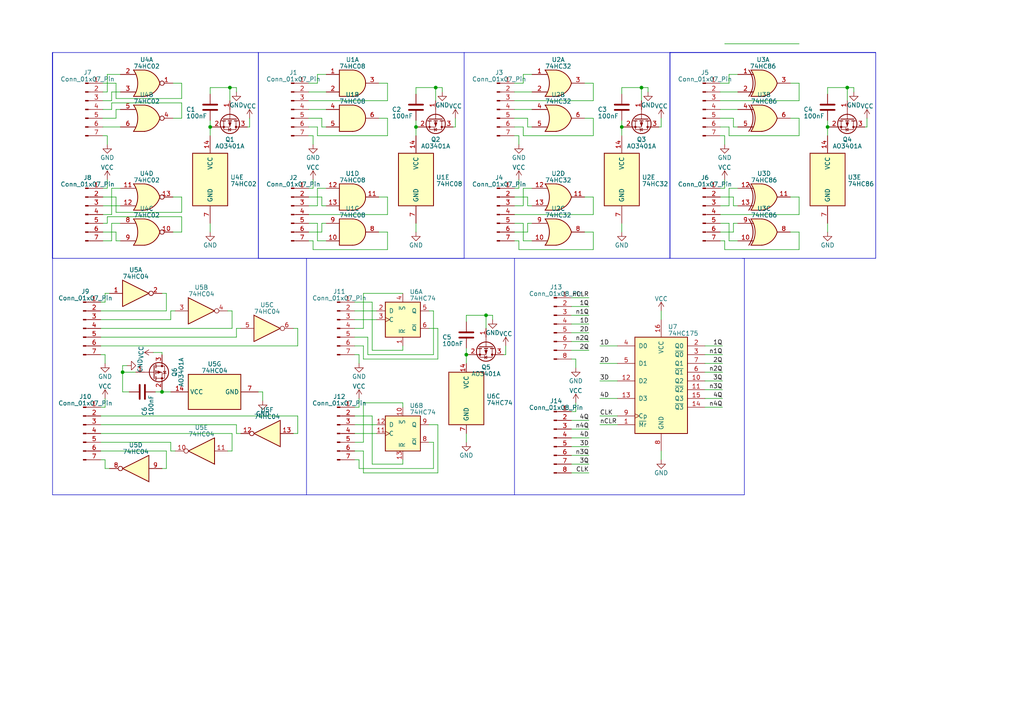
<source format=kicad_sch>
(kicad_sch (version 20230121) (generator eeschema)
  (paper "A4")
  (junction (at 180.34 36.83))
  (junction (at 66.675 25.4))
  (junction (at 186.055 25.4))
  (junction (at 140.97 91.44))
  (junction (at 135.255 102.87))
  (junction (at 126.365 25.4))
  (junction (at 60.96 36.83))
  (junction (at 35.56 107.95))
  (junction (at 120.65 36.83))
  (junction (at 46.99 113.665))
  (junction (at 240.03 36.83))
  (junction (at 245.745 25.4))
  (wire (pts (xy 127 104.14) (xy 105.41 104.14)))
  (wire (pts (xy 105.41 137.16) (xy 127 137.16)))
  (wire (pts (xy 93.345 64.77) (xy 93.345 67.31)))
  (wire (pts (xy 229.235 34.29) (xy 231.775 34.29)))
  (wire (pts (xy 150.495 72.39) (xy 172.085 72.39)))
  (wire (pts (xy 112.395 24.13) (xy 112.395 29.21)))
  (wire (pts (xy 128.27 26.67) (xy 128.27 25.4)))
  (wire (pts (xy 153.035 64.77) (xy 153.035 67.31)))
  (polyline (pts (xy 88.9 143.51) (xy 88.9 74.93)))
  (wire (pts (xy 172.085 39.37) (xy 172.085 34.29)))
  (wire (pts (xy 71.755 36.83) (xy 72.39 36.83)))
  (wire (pts (xy 208.915 57.15) (xy 212.725 57.15)))
  (polyline (pts (xy 254 15.24) (xy 254 74.93)))
  (wire (pts (xy 50.8 130.81) (xy 49.53 130.81)))
  (wire (pts (xy 127 123.19) (xy 124.46 123.19)))
  (wire (pts (xy 204.47 100.33) (xy 209.55 100.33)))
  (wire (pts (xy 92.075 24.13) (xy 92.075 21.59)))
  (wire (pts (xy 29.21 95.25) (xy 67.31 95.25)))
  (wire (pts (xy 240.03 25.4) (xy 245.745 25.4)))
  (wire (pts (xy 89.535 26.67) (xy 94.615 26.67)))
  (wire (pts (xy 172.085 62.23) (xy 172.085 57.15)))
  (polyline (pts (xy 74.93 74.93) (xy 134.62 74.93)))
  (wire (pts (xy 90.805 41.91) (xy 90.805 39.37)))
  (wire (pts (xy 32.385 31.75) (xy 29.845 31.75)))
  (wire (pts (xy 89.535 36.83) (xy 92.075 36.83)))
  (wire (pts (xy 33.655 69.85) (xy 33.655 67.31)))
  (wire (pts (xy 52.705 34.29) (xy 52.705 29.845)))
  (wire (pts (xy 151.765 64.77) (xy 151.765 69.85)))
  (wire (pts (xy 68.58 95.25) (xy 68.58 97.79)))
  (wire (pts (xy 32.385 29.845) (xy 32.385 31.75)))
  (wire (pts (xy 173.99 115.57) (xy 179.07 115.57)))
  (wire (pts (xy 211.455 54.61) (xy 213.995 54.61)))
  (wire (pts (xy 165.735 91.44) (xy 170.815 91.44)))
  (wire (pts (xy 211.455 59.69) (xy 211.455 54.61)))
  (wire (pts (xy 127 95.25) (xy 127 104.14)))
  (wire (pts (xy 173.99 110.49) (xy 179.07 110.49)))
  (wire (pts (xy 68.58 25.4) (xy 66.675 25.4)))
  (wire (pts (xy 191.77 130.81) (xy 191.77 133.35)))
  (wire (pts (xy 31.75 85.09) (xy 30.48 85.09)))
  (wire (pts (xy 104.14 102.87) (xy 102.87 102.87)))
  (wire (pts (xy 169.545 67.31) (xy 172.085 67.31)))
  (wire (pts (xy 86.36 120.65) (xy 86.36 125.73)))
  (wire (pts (xy 49.53 92.71) (xy 49.53 90.17)))
  (wire (pts (xy 102.87 90.17) (xy 109.22 90.17)))
  (wire (pts (xy 149.225 59.69) (xy 151.765 59.69)))
  (wire (pts (xy 167.005 104.14) (xy 167.005 106.68)))
  (wire (pts (xy 212.725 57.15) (xy 212.725 59.69)))
  (wire (pts (xy 208.915 67.31) (xy 212.725 67.31)))
  (wire (pts (xy 165.735 119.38) (xy 167.005 119.38)))
  (wire (pts (xy 154.305 64.77) (xy 153.035 64.77)))
  (wire (pts (xy 29.21 118.11) (xy 30.48 118.11)))
  (wire (pts (xy 165.735 86.36) (xy 170.815 86.36)))
  (wire (pts (xy 135.255 125.73) (xy 135.255 128.27)))
  (wire (pts (xy 107.95 87.63) (xy 102.87 87.63)))
  (wire (pts (xy 124.46 95.25) (xy 127 95.25)))
  (wire (pts (xy 93.345 36.83) (xy 93.345 34.29)))
  (wire (pts (xy 68.58 123.19) (xy 29.21 123.19)))
  (wire (pts (xy 165.735 96.52) (xy 170.815 96.52)))
  (wire (pts (xy 180.34 25.4) (xy 186.055 25.4)))
  (wire (pts (xy 204.47 102.87) (xy 209.55 102.87)))
  (polyline (pts (xy 134.62 15.24) (xy 194.31 15.24)))
  (wire (pts (xy 30.48 85.09) (xy 30.48 87.63)))
  (wire (pts (xy 135.255 91.44) (xy 140.97 91.44)))
  (wire (pts (xy 106.68 102.87) (xy 106.68 97.79)))
  (wire (pts (xy 149.225 36.83) (xy 151.765 36.83)))
  (wire (pts (xy 52.705 62.865) (xy 31.115 62.865)))
  (wire (pts (xy 120.65 25.4) (xy 126.365 25.4)))
  (wire (pts (xy 34.925 54.61) (xy 32.385 54.61)))
  (wire (pts (xy 169.545 34.29) (xy 172.085 34.29)))
  (wire (pts (xy 149.225 34.29) (xy 153.035 34.29)))
  (wire (pts (xy 169.545 24.13) (xy 172.085 24.13)))
  (wire (pts (xy 45.085 113.665) (xy 46.99 113.665)))
  (wire (pts (xy 29.845 54.61) (xy 31.115 54.61)))
  (wire (pts (xy 49.53 90.17) (xy 50.8 90.17)))
  (wire (pts (xy 34.925 21.59) (xy 31.115 21.59)))
  (wire (pts (xy 30.48 105.41) (xy 30.48 102.87)))
  (wire (pts (xy 102.87 125.73) (xy 109.22 125.73)))
  (wire (pts (xy 102.87 130.81) (xy 105.41 130.81)))
  (wire (pts (xy 50.165 57.15) (xy 52.705 57.15)))
  (wire (pts (xy 52.705 24.13) (xy 52.705 28.575)))
  (polyline (pts (xy 15.24 143.51) (xy 88.9 143.51)))
  (wire (pts (xy 92.075 39.37) (xy 112.395 39.37)))
  (wire (pts (xy 135.89 102.87) (xy 135.255 102.87)))
  (polyline (pts (xy 194.31 15.24) (xy 194.31 74.93)))
  (wire (pts (xy 112.395 39.37) (xy 112.395 34.29)))
  (wire (pts (xy 231.775 72.39) (xy 231.775 67.31)))
  (wire (pts (xy 69.85 95.25) (xy 68.58 95.25)))
  (wire (pts (xy 112.395 72.39) (xy 112.395 67.31)))
  (wire (pts (xy 31.115 54.61) (xy 31.115 52.07)))
  (wire (pts (xy 68.58 97.79) (xy 29.21 97.79)))
  (wire (pts (xy 29.21 90.17) (xy 48.26 90.17)))
  (polyline (pts (xy 194.31 74.93) (xy 254 74.93)))
  (wire (pts (xy 109.855 57.15) (xy 112.395 57.15)))
  (wire (pts (xy 210.185 39.37) (xy 208.915 39.37)))
  (wire (pts (xy 135.255 102.87) (xy 135.255 105.41)))
  (wire (pts (xy 105.41 116.84) (xy 116.84 116.84)))
  (wire (pts (xy 151.765 21.59) (xy 154.305 21.59)))
  (wire (pts (xy 90.805 69.85) (xy 90.805 72.39)))
  (wire (pts (xy 49.53 130.81) (xy 49.53 128.27)))
  (wire (pts (xy 90.805 72.39) (xy 112.395 72.39)))
  (wire (pts (xy 104.14 105.41) (xy 104.14 102.87)))
  (polyline (pts (xy 74.93 15.24) (xy 74.93 74.93)))
  (wire (pts (xy 210.185 69.85) (xy 210.185 72.39)))
  (wire (pts (xy 149.225 69.85) (xy 150.495 69.85)))
  (wire (pts (xy 213.995 64.77) (xy 212.725 64.77)))
  (wire (pts (xy 30.48 87.63) (xy 29.21 87.63)))
  (wire (pts (xy 211.455 36.83) (xy 211.455 39.37)))
  (wire (pts (xy 231.775 62.23) (xy 231.775 57.15)))
  (wire (pts (xy 31.115 62.865) (xy 31.115 64.77)))
  (wire (pts (xy 29.845 59.69) (xy 34.925 59.69)))
  (wire (pts (xy 204.47 118.11) (xy 209.55 118.11)))
  (wire (pts (xy 124.46 128.27) (xy 125.73 128.27)))
  (wire (pts (xy 92.075 69.85) (xy 94.615 69.85)))
  (wire (pts (xy 86.36 125.73) (xy 85.09 125.73)))
  (wire (pts (xy 208.915 59.69) (xy 211.455 59.69)))
  (wire (pts (xy 208.915 31.75) (xy 213.995 31.75)))
  (wire (pts (xy 247.65 25.4) (xy 245.745 25.4)))
  (wire (pts (xy 112.395 29.21) (xy 89.535 29.21)))
  (wire (pts (xy 66.04 130.81) (xy 67.31 130.81)))
  (wire (pts (xy 29.845 29.21) (xy 32.385 29.21)))
  (wire (pts (xy 131.445 36.83) (xy 132.08 36.83)))
  (wire (pts (xy 33.655 61.595) (xy 33.655 57.15)))
  (wire (pts (xy 30.48 118.11) (xy 30.48 115.57)))
  (wire (pts (xy 29.21 92.71) (xy 49.53 92.71)))
  (wire (pts (xy 90.805 39.37) (xy 89.535 39.37)))
  (wire (pts (xy 153.035 36.83) (xy 153.035 34.29)))
  (wire (pts (xy 105.41 104.14) (xy 105.41 100.33)))
  (wire (pts (xy 36.83 106.045) (xy 35.56 106.045)))
  (wire (pts (xy 165.735 127) (xy 170.815 127)))
  (wire (pts (xy 89.535 59.69) (xy 92.075 59.69)))
  (wire (pts (xy 121.285 36.83) (xy 120.65 36.83)))
  (wire (pts (xy 127 137.16) (xy 127 123.19)))
  (wire (pts (xy 165.735 124.46) (xy 170.815 124.46)))
  (wire (pts (xy 165.735 134.62) (xy 170.815 134.62)))
  (wire (pts (xy 29.845 24.13) (xy 33.655 24.13)))
  (wire (pts (xy 211.455 24.13) (xy 211.455 21.59)))
  (wire (pts (xy 52.705 28.575) (xy 33.655 28.575)))
  (wire (pts (xy 229.235 67.31) (xy 231.775 67.31)))
  (wire (pts (xy 211.455 21.59) (xy 213.995 21.59)))
  (wire (pts (xy 89.535 62.23) (xy 112.395 62.23)))
  (polyline (pts (xy 74.93 15.24) (xy 134.62 15.24)))
  (wire (pts (xy 240.665 36.83) (xy 240.03 36.83)))
  (wire (pts (xy 250.825 36.83) (xy 251.46 36.83)))
  (wire (pts (xy 208.915 36.83) (xy 211.455 36.83)))
  (wire (pts (xy 92.075 21.59) (xy 94.615 21.59)))
  (wire (pts (xy 208.915 69.85) (xy 210.185 69.85)))
  (polyline (pts (xy 15.24 15.24) (xy 15.24 74.93)))
  (wire (pts (xy 105.41 100.33) (xy 102.87 100.33)))
  (wire (pts (xy 102.87 95.25) (xy 105.41 95.25)))
  (wire (pts (xy 52.705 57.15) (xy 52.705 61.595)))
  (wire (pts (xy 34.925 69.85) (xy 33.655 69.85)))
  (wire (pts (xy 151.765 36.83) (xy 151.765 39.37)))
  (wire (pts (xy 180.34 34.925) (xy 180.34 36.83)))
  (wire (pts (xy 29.21 100.33) (xy 86.36 100.33)))
  (wire (pts (xy 149.225 57.15) (xy 153.035 57.15)))
  (wire (pts (xy 120.65 34.925) (xy 120.65 36.83)))
  (wire (pts (xy 60.96 25.4) (xy 66.675 25.4)))
  (polyline (pts (xy 194.31 15.24) (xy 254 15.24)))
  (wire (pts (xy 102.87 118.11) (xy 104.14 118.11)))
  (wire (pts (xy 149.225 64.77) (xy 151.765 64.77)))
  (wire (pts (xy 105.41 128.27) (xy 105.41 116.84)))
  (polyline (pts (xy 134.62 15.24) (xy 134.62 74.93)))
  (wire (pts (xy 44.45 102.235) (xy 46.99 102.235)))
  (wire (pts (xy 107.95 120.65) (xy 102.87 120.65)))
  (wire (pts (xy 116.84 101.6) (xy 107.95 101.6)))
  (wire (pts (xy 120.65 64.77) (xy 120.65 67.31)))
  (wire (pts (xy 35.56 107.95) (xy 39.37 107.95)))
  (wire (pts (xy 30.48 102.87) (xy 29.21 102.87)))
  (polyline (pts (xy 15.24 15.24) (xy 15.24 74.93)))
  (wire (pts (xy 187.96 26.67) (xy 187.96 25.4)))
  (wire (pts (xy 231.775 39.37) (xy 231.775 34.29)))
  (wire (pts (xy 46.99 113.03) (xy 46.99 113.665)))
  (wire (pts (xy 151.765 59.69) (xy 151.765 54.61)))
  (wire (pts (xy 106.68 102.87) (xy 125.73 102.87)))
  (wire (pts (xy 90.805 54.61) (xy 89.535 54.61)))
  (wire (pts (xy 191.77 90.17) (xy 191.77 92.71)))
  (wire (pts (xy 61.595 36.83) (xy 60.96 36.83)))
  (polyline (pts (xy 15.24 15.24) (xy 15.24 74.93)))
  (wire (pts (xy 126.365 25.4) (xy 126.365 29.21)))
  (wire (pts (xy 29.845 34.29) (xy 33.655 34.29)))
  (wire (pts (xy 31.115 39.37) (xy 29.845 39.37)))
  (wire (pts (xy 29.845 67.31) (xy 33.655 67.31)))
  (wire (pts (xy 102.87 92.71) (xy 109.22 92.71)))
  (wire (pts (xy 153.035 57.15) (xy 153.035 59.69)))
  (wire (pts (xy 180.34 64.77) (xy 180.34 67.31)))
  (wire (pts (xy 132.08 34.29) (xy 132.08 36.83)))
  (wire (pts (xy 151.765 54.61) (xy 154.305 54.61)))
  (wire (pts (xy 105.41 85.09) (xy 105.41 95.25)))
  (wire (pts (xy 69.85 125.73) (xy 68.58 125.73)))
  (wire (pts (xy 165.735 88.9) (xy 170.815 88.9)))
  (wire (pts (xy 135.255 100.965) (xy 135.255 102.87)))
  (wire (pts (xy 35.56 113.665) (xy 35.56 107.95)))
  (polyline (pts (xy 215.9 143.51) (xy 215.9 74.93)))
  (wire (pts (xy 180.975 36.83) (xy 180.34 36.83)))
  (wire (pts (xy 89.535 69.85) (xy 90.805 69.85)))
  (wire (pts (xy 204.47 110.49) (xy 209.55 110.49)))
  (wire (pts (xy 146.685 100.33) (xy 146.685 102.87)))
  (wire (pts (xy 48.26 135.89) (xy 46.99 135.89)))
  (wire (pts (xy 116.84 100.33) (xy 116.84 101.6)))
  (wire (pts (xy 173.99 105.41) (xy 179.07 105.41)))
  (wire (pts (xy 104.14 135.89) (xy 104.14 133.35)))
  (wire (pts (xy 151.765 24.13) (xy 151.765 21.59)))
  (wire (pts (xy 29.845 69.85) (xy 32.385 69.85)))
  (wire (pts (xy 150.495 54.61) (xy 149.225 54.61)))
  (wire (pts (xy 154.305 36.83) (xy 153.035 36.83)))
  (wire (pts (xy 149.225 24.13) (xy 151.765 24.13)))
  (wire (pts (xy 31.115 26.67) (xy 29.845 26.67)))
  (wire (pts (xy 187.96 25.4) (xy 186.055 25.4)))
  (wire (pts (xy 151.765 39.37) (xy 172.085 39.37)))
  (wire (pts (xy 104.14 118.11) (xy 104.14 115.57)))
  (wire (pts (xy 102.87 128.27) (xy 105.41 128.27)))
  (wire (pts (xy 213.995 36.83) (xy 212.725 36.83)))
  (wire (pts (xy 116.84 133.35) (xy 116.84 134.62)))
  (wire (pts (xy 204.47 107.95) (xy 209.55 107.95)))
  (wire (pts (xy 229.235 24.13) (xy 231.775 24.13)))
  (wire (pts (xy 50.165 34.29) (xy 52.705 34.29)))
  (polyline (pts (xy 88.9 143.51) (xy 149.225 143.51)))
  (wire (pts (xy 30.48 133.35) (xy 29.21 133.35)))
  (wire (pts (xy 48.26 85.09) (xy 46.99 85.09)))
  (wire (pts (xy 208.915 64.77) (xy 211.455 64.77)))
  (wire (pts (xy 92.075 59.69) (xy 92.075 54.61)))
  (wire (pts (xy 116.84 134.62) (xy 107.95 134.62)))
  (wire (pts (xy 180.34 36.83) (xy 180.34 39.37)))
  (wire (pts (xy 48.26 130.81) (xy 48.26 135.89)))
  (wire (pts (xy 165.735 93.98) (xy 170.815 93.98)))
  (wire (pts (xy 191.77 34.29) (xy 191.77 36.83)))
  (wire (pts (xy 191.135 36.83) (xy 191.77 36.83)))
  (wire (pts (xy 125.73 102.87) (xy 125.73 90.17)))
  (wire (pts (xy 208.915 24.13) (xy 211.455 24.13)))
  (wire (pts (xy 165.735 121.92) (xy 170.815 121.92)))
  (wire (pts (xy 150.495 69.85) (xy 150.495 72.39)))
  (wire (pts (xy 212.725 36.83) (xy 212.725 34.29)))
  (wire (pts (xy 89.535 34.29) (xy 93.345 34.29)))
  (polyline (pts (xy 149.225 143.51) (xy 215.9 143.51)))
  (wire (pts (xy 50.165 67.31) (xy 52.705 67.31)))
  (wire (pts (xy 173.99 100.33) (xy 179.07 100.33)))
  (wire (pts (xy 89.535 31.75) (xy 94.615 31.75)))
  (wire (pts (xy 32.385 54.61) (xy 32.385 62.23)))
  (polyline (pts (xy 15.24 15.24) (xy 74.93 15.24)))
  (wire (pts (xy 150.495 52.07) (xy 150.495 54.61)))
  (wire (pts (xy 29.845 36.83) (xy 34.925 36.83)))
  (wire (pts (xy 165.735 137.16) (xy 170.815 137.16)))
  (wire (pts (xy 104.14 133.35) (xy 102.87 133.35)))
  (wire (pts (xy 67.31 130.81) (xy 67.31 125.73)))
  (wire (pts (xy 167.005 116.84) (xy 167.005 119.38)))
  (wire (pts (xy 76.2 116.205) (xy 76.2 113.665)))
  (wire (pts (xy 128.27 25.4) (xy 126.365 25.4)))
  (wire (pts (xy 116.84 85.09) (xy 105.41 85.09)))
  (wire (pts (xy 92.075 54.61) (xy 94.615 54.61)))
  (wire (pts (xy 245.745 25.4) (xy 245.745 29.21)))
  (wire (pts (xy 109.855 34.29) (xy 112.395 34.29)))
  (wire (pts (xy 67.31 90.17) (xy 66.04 90.17)))
  (wire (pts (xy 240.03 27.305) (xy 240.03 25.4)))
  (wire (pts (xy 72.39 34.29) (xy 72.39 36.83)))
  (wire (pts (xy 52.705 61.595) (xy 33.655 61.595)))
  (wire (pts (xy 29.21 120.65) (xy 86.36 120.65)))
  (wire (pts (xy 89.535 64.77) (xy 92.075 64.77)))
  (wire (pts (xy 60.96 27.305) (xy 60.96 25.4)))
  (wire (pts (xy 31.115 21.59) (xy 31.115 26.67)))
  (polyline (pts (xy 15.24 74.93) (xy 74.93 74.93)))
  (wire (pts (xy 210.185 54.61) (xy 208.915 54.61)))
  (wire (pts (xy 140.97 91.44) (xy 140.97 95.25)))
  (polyline (pts (xy 15.24 74.93) (xy 15.24 143.51)))
  (wire (pts (xy 68.58 125.73) (xy 68.58 123.19)))
  (wire (pts (xy 76.2 113.665) (xy 74.93 113.665)))
  (polyline (pts (xy 194.31 15.24) (xy 254 15.24)))
  (wire (pts (xy 33.655 31.75) (xy 33.655 34.29)))
  (wire (pts (xy 208.915 26.67) (xy 213.995 26.67)))
  (wire (pts (xy 35.56 106.045) (xy 35.56 107.95)))
  (wire (pts (xy 173.99 123.19) (xy 179.07 123.19)))
  (wire (pts (xy 211.455 64.77) (xy 211.455 69.85)))
  (wire (pts (xy 109.855 24.13) (xy 112.395 24.13)))
  (wire (pts (xy 33.655 28.575) (xy 33.655 24.13)))
  (wire (pts (xy 34.925 64.77) (xy 32.385 64.77)))
  (wire (pts (xy 208.915 62.23) (xy 231.775 62.23)))
  (polyline (pts (xy 149.225 143.51) (xy 149.225 74.93)))
  (polyline (pts (xy 74.93 15.24) (xy 74.93 74.93)))
  (wire (pts (xy 89.535 67.31) (xy 93.345 67.31)))
  (wire (pts (xy 165.735 132.08) (xy 170.815 132.08)))
  (wire (pts (xy 125.73 128.27) (xy 125.73 135.89)))
  (wire (pts (xy 231.775 29.21) (xy 208.915 29.21)))
  (wire (pts (xy 251.46 34.29) (xy 251.46 36.83)))
  (wire (pts (xy 212.725 64.77) (xy 212.725 67.31)))
  (wire (pts (xy 149.225 26.67) (xy 154.305 26.67)))
  (wire (pts (xy 31.115 41.91) (xy 31.115 39.37)))
  (wire (pts (xy 107.95 101.6) (xy 107.95 87.63)))
  (wire (pts (xy 204.47 115.57) (xy 209.55 115.57)))
  (wire (pts (xy 142.875 92.71) (xy 142.875 91.44)))
  (wire (pts (xy 86.36 95.25) (xy 85.09 95.25)))
  (wire (pts (xy 210.185 41.91) (xy 210.185 39.37)))
  (wire (pts (xy 50.165 24.13) (xy 52.705 24.13)))
  (wire (pts (xy 150.495 39.37) (xy 149.225 39.37)))
  (wire (pts (xy 165.735 129.54) (xy 170.815 129.54)))
  (wire (pts (xy 204.47 113.03) (xy 209.55 113.03)))
  (wire (pts (xy 31.75 135.89) (xy 30.48 135.89)))
  (wire (pts (xy 210.185 72.39) (xy 231.775 72.39)))
  (wire (pts (xy 186.055 25.4) (xy 186.055 29.21)))
  (wire (pts (xy 204.47 105.41) (xy 209.55 105.41)))
  (wire (pts (xy 150.495 41.91) (xy 150.495 39.37)))
  (wire (pts (xy 46.99 113.665) (xy 49.53 113.665)))
  (wire (pts (xy 92.075 64.77) (xy 92.075 69.85)))
  (wire (pts (xy 165.735 99.06) (xy 170.815 99.06)))
  (polyline (pts (xy 134.62 74.93) (xy 194.31 74.93)))
  (wire (pts (xy 149.225 62.23) (xy 172.085 62.23)))
  (wire (pts (xy 94.615 64.77) (xy 93.345 64.77)))
  (wire (pts (xy 212.725 59.69) (xy 213.995 59.69)))
  (wire (pts (xy 52.705 29.845) (xy 32.385 29.845)))
  (wire (pts (xy 210.185 12.7) (xy 231.775 12.7)))
  (wire (pts (xy 167.005 104.14) (xy 165.735 104.14)))
  (wire (pts (xy 142.875 91.44) (xy 140.97 91.44)))
  (wire (pts (xy 37.465 113.665) (xy 35.56 113.665)))
  (wire (pts (xy 29.845 64.77) (xy 31.115 64.77)))
  (wire (pts (xy 48.26 90.17) (xy 48.26 85.09)))
  (wire (pts (xy 240.03 34.925) (xy 240.03 36.83)))
  (wire (pts (xy 116.84 116.84) (xy 116.84 118.11)))
  (polyline (pts (xy 194.31 15.24) (xy 194.31 74.93)))
  (wire (pts (xy 29.21 130.81) (xy 48.26 130.81)))
  (wire (pts (xy 231.775 24.13) (xy 231.775 29.21)))
  (wire (pts (xy 86.36 100.33) (xy 86.36 95.25)))
  (wire (pts (xy 60.96 34.925) (xy 60.96 36.83)))
  (wire (pts (xy 240.03 36.83) (xy 240.03 39.37)))
  (wire (pts (xy 34.925 26.67) (xy 32.385 26.67)))
  (wire (pts (xy 247.65 26.67) (xy 247.65 25.4)))
  (wire (pts (xy 210.185 52.07) (xy 210.185 54.61)))
  (wire (pts (xy 229.235 57.15) (xy 231.775 57.15)))
  (wire (pts (xy 149.225 31.75) (xy 154.305 31.75)))
  (wire (pts (xy 107.95 134.62) (xy 107.95 120.65)))
  (wire (pts (xy 109.855 67.31) (xy 112.395 67.31)))
  (wire (pts (xy 29.845 62.23) (xy 32.385 62.23)))
  (wire (pts (xy 90.805 52.07) (xy 90.805 54.61)))
  (wire (pts (xy 240.03 64.77) (xy 240.03 67.31)))
  (wire (pts (xy 60.96 64.77) (xy 60.96 67.31)))
  (wire (pts (xy 29.845 57.15) (xy 33.655 57.15)))
  (polyline (pts (xy 74.93 74.93) (xy 134.62 74.93)))
  (wire (pts (xy 34.925 31.75) (xy 33.655 31.75)))
  (wire (pts (xy 180.34 27.305) (xy 180.34 25.4)))
  (wire (pts (xy 173.99 120.65) (xy 179.07 120.65)))
  (wire (pts (xy 67.31 125.73) (xy 29.21 125.73)))
  (wire (pts (xy 32.385 64.77) (xy 32.385 69.85)))
  (wire (pts (xy 120.65 36.83) (xy 120.65 39.37)))
  (wire (pts (xy 106.68 97.79) (xy 102.87 97.79)))
  (wire (pts (xy 125.73 90.17) (xy 124.46 90.17)))
  (wire (pts (xy 151.765 69.85) (xy 154.305 69.85)))
  (wire (pts (xy 169.545 57.15) (xy 172.085 57.15)))
  (wire (pts (xy 120.65 27.305) (xy 120.65 25.4)))
  (wire (pts (xy 52.705 67.31) (xy 52.705 62.865)))
  (wire (pts (xy 172.085 29.21) (xy 149.225 29.21)))
  (wire (pts (xy 30.48 135.89) (xy 30.48 133.35)))
  (wire (pts (xy 89.535 57.15) (xy 93.345 57.15)))
  (wire (pts (xy 92.075 36.83) (xy 92.075 39.37)))
  (wire (pts (xy 146.05 102.87) (xy 146.685 102.87)))
  (wire (pts (xy 112.395 62.23) (xy 112.395 57.15)))
  (wire (pts (xy 93.345 59.69) (xy 94.615 59.69)))
  (wire (pts (xy 94.615 36.83) (xy 93.345 36.83)))
  (wire (pts (xy 60.96 36.83) (xy 60.96 39.37)))
  (wire (pts (xy 172.085 24.13) (xy 172.085 29.21)))
  (wire (pts (xy 153.035 59.69) (xy 154.305 59.69)))
  (wire (pts (xy 135.255 93.345) (xy 135.255 91.44)))
  (wire (pts (xy 165.735 101.6) (xy 170.815 101.6)))
  (wire (pts (xy 32.385 26.67) (xy 32.385 29.21)))
  (wire (pts (xy 211.455 69.85) (xy 213.995 69.85)))
  (polyline (pts (xy 215.9 74.93) (xy 215.265 74.93)))
  (wire (pts (xy 102.87 123.19) (xy 109.22 123.19)))
  (wire (pts (xy 125.73 135.89) (xy 104.14 135.89)))
  (wire (pts (xy 67.31 95.25) (xy 67.31 90.17)))
  (wire (pts (xy 89.535 24.13) (xy 92.075 24.13)))
  (wire (pts (xy 172.085 72.39) (xy 172.085 67.31)))
  (wire (pts (xy 46.99 102.87) (xy 46.99 102.235)))
  (wire (pts (xy 93.345 57.15) (xy 93.345 59.69)))
  (wire (pts (xy 149.225 67.31) (xy 153.035 67.31)))
  (wire (pts (xy 105.41 130.81) (xy 105.41 137.16)))
  (wire (pts (xy 68.58 26.67) (xy 68.58 25.4)))
  (wire (pts (xy 29.21 128.27) (xy 49.53 128.27)))
  (wire (pts (xy 211.455 39.37) (xy 231.775 39.37)))
  (wire (pts (xy 66.675 25.4) (xy 66.675 29.21)))
  (wire (pts (xy 208.915 34.29) (xy 212.725 34.29)))
  (label "2Q" (at 170.815 101.6 180))
  (label "n3Q" (at 170.815 132.08 180))
  (label "nCLR" (at 173.99 123.19 0))
  (label "3Q" (at 209.55 110.49 180))
  (label "n1Q" (at 170.815 91.44 180))
  (label "n2Q" (at 209.55 107.95 180))
  (label "3D" (at 173.99 110.49 0))
  (label "1D" (at 173.99 100.33 0))
  (label "n4Q" (at 170.815 124.46 180))
  (label "CLK" (at 173.99 120.65 0))
  (label "n4Q" (at 209.55 118.11 180))
  (label "1Q" (at 209.55 100.33 180))
  (label "3Q" (at 170.815 134.62 180))
  (label "2Q" (at 209.55 105.41 180))
  (label "2D" (at 170.815 96.52 180))
  (label "3D" (at 170.815 129.54 180))
  (label "nCLR" (at 170.815 86.36 180))
  (label "4Q" (at 209.55 115.57 180))
  (label "1D" (at 170.815 93.98 180))
  (label "4D" (at 173.99 115.57 0))
  (label "2D" (at 173.99 105.41 0))
  (label "1Q" (at 170.815 88.9 180))
  (label "CLK" (at 170.815 137.16 180))
  (label "n2Q" (at 170.815 99.06 180))
  (label "n1Q" (at 209.55 102.87 180))
  (label "4D" (at 170.815 127 180))
  (label "4Q" (at 170.815 121.92 180))
  (label "n3Q" (at 209.55 113.03 180))
  (symbol (lib_id "power:VCC") (at 167.005 116.84 0) (unit 1)
    (property "Reference" "#PWR028" (effects hide))
    (property "Value" "VCC" (at 167.005 113.3381 0))
  )
  (symbol (lib_id "Connector:Conn_01x07_Pin") (at 97.79 125.73 0) (unit 1)
    (property "Reference" "J12" (at 98.425 115.0239 0))
    (property "Value" "Conn_01x07_Pin" (at 98.425 116.9449 0))
    (property "Footprint" "Connector_PinHeader_2.54mm:PinHeader_1x07_P2.54mm_Vertical_1" (effects hide))
  )
  (symbol (lib_id "74xx:74HC74") (at 116.84 125.73 0) (unit 2)
    (property "Reference" "U6" (at 118.7959 117.6401 0) (effects (justify left)))
    (property "Value" "74HC74" (at 118.7959 119.5611 0) (effects (justify left)))
    (property "Footprint" "Package_SO:SOIC-14_3.9x8.7mm_P1.27mm" (effects hide))
    (property "Datasheet" "74xx/74hc_hct74.pdf" (effects hide))
  )
  (symbol (lib_id "power:GND") (at 167.005 106.68 0) (unit 1)
    (property "Reference" "#PWR027" (effects hide))
    (property "Value" "GND" (at 167.005 110.49 0))
  )
  (symbol (lib_id "74xx:74HC02") (at 42.545 34.29 0) (unit 2)
    (property "Reference" "U4" (at 42.5367 27.4701 0))
    (property "Value" "74HC02" (at 42.5367 29.3911 0))
    (property "Footprint" "Package_SO:SOIC-14_3.9x8.7mm_P1.27mm" (effects hide))
    (property "Datasheet" "http://www.ti.com/lit/gpn/sn74hc02" (effects hide))
  )
  (symbol (lib_id "74xx:74HC02") (at 42.545 67.31 0) (unit 3)
    (property "Reference" "U4" (at 42.545 60.4901 0))
    (property "Value" "74HC02" (at 42.545 62.4111 0))
    (property "Footprint" "Package_SO:SOIC-14_3.9x8.7mm_P1.27mm" (effects hide))
    (property "Datasheet" "http://www.ti.com/lit/gpn/sn74hc02" (effects hide))
  )
  (symbol (lib_id "Device:C") (at 60.96 31.115 0) (unit 1)
    (property "Reference" "C1" (at 53.975 31.75 0) (effects (justify left)))
    (property "Value" "100nF" (at 53.975 33.671 0) (effects (justify left)))
    (property "Footprint" "Capacitor_SMD:C_0402_1005Metric" (effects hide))
  )
  (symbol (lib_id "power:GND") (at 30.48 105.41 0) (unit 1)
    (property "Reference" "#PWR017" (effects hide))
    (property "Value" "GND" (at 30.48 109.22 0))
  )
  (symbol (lib_id "74xx:74LS32") (at 161.925 34.29 0) (unit 2)
    (property "Reference" "U2" (at 161.9167 27.4701 0))
    (property "Value" "74HC32" (at 161.9167 29.3911 0))
    (property "Footprint" "Package_SO:SOIC-14_3.9x8.7mm_P1.27mm" (effects hide))
    (property "Datasheet" "http://www.ti.com/lit/gpn/sn74LS32" (effects hide))
  )
  (symbol (lib_id "power:GND") (at 150.495 41.91 0) (unit 1)
    (property "Reference" "#PWR05" (effects hide))
    (property "Value" "GND" (at 150.495 45.72 0))
  )
  (symbol (lib_id "power:VCC") (at 90.805 52.07 0) (unit 1)
    (property "Reference" "#PWR02" (effects hide))
    (property "Value" "VCC" (at 90.805 48.5681 0))
  )
  (symbol (lib_id "Transistor_FET:AO3401A") (at 126.365 34.29 270) (unit 1)
    (property "Reference" "Q2" (at 126.365 40.4575 90))
    (property "Value" "AO3401A" (at 126.365 42.3785 90))
    (property "Footprint" "Package_TO_SOT_SMD:SOT-23" (effects hide))
    (property "Datasheet" "http://www.aosmd.com/pdfs/datasheet/AO3401A.pdf" (effects hide))
    (property "LCSC" "C15127" (effects hide))
  )
  (symbol (lib_id "74xx:74HC04") (at 39.37 85.09 0) (unit 1)
    (property "Reference" "U5" (at 39.37 78.2701 0))
    (property "Value" "74HC04" (at 39.37 80.1911 0))
    (property "Footprint" "Package_SO:SOIC-14_3.9x8.7mm_P1.27mm" (effects hide))
    (property "Datasheet" "https://assets.nexperia.com/documents/data-sheet/74HC_HCT04.pdf" (effects hide))
  )
  (symbol (lib_id "power:GND") (at 247.65 26.67 0) (unit 1)
    (property "Reference" "#PWR031" (effects hide))
    (property "Value" "GND" (at 247.65 30.48 0))
  )
  (symbol (lib_id "74xx:74HC74") (at 135.255 115.57 0) (unit 3)
    (property "Reference" "U6" (at 141.097 114.9263 0) (effects (justify left)))
    (property "Value" "74HC74" (at 141.097 116.8473 0) (effects (justify left)))
    (property "Footprint" "Package_SO:SOIC-14_3.9x8.7mm_P1.27mm" (effects hide))
    (property "Datasheet" "74xx/74hc_hct74.pdf" (effects hide))
  )
  (symbol (lib_id "power:VCC") (at 150.495 52.07 0) (unit 1)
    (property "Reference" "#PWR06" (effects hide))
    (property "Value" "VCC" (at 150.495 48.5681 0))
  )
  (symbol (lib_id "power:GND") (at 210.185 41.91 0) (unit 1)
    (property "Reference" "#PWR09" (effects hide))
    (property "Value" "GND" (at 210.185 45.72 0))
  )
  (symbol (lib_id "74xx:74LS32") (at 161.925 57.15 0) (unit 4)
    (property "Reference" "U2" (at 161.925 50.3301 0))
    (property "Value" "74HC32" (at 161.925 52.2511 0))
    (property "Footprint" "Package_SO:SOIC-14_3.9x8.7mm_P1.27mm" (effects hide))
    (property "Datasheet" "http://www.ti.com/lit/gpn/sn74LS32" (effects hide))
  )
  (symbol (lib_id "74xx:74LS08") (at 120.65 52.07 0) (unit 5)
    (property "Reference" "U1" (at 126.492 51.4263 0) (effects (justify left)))
    (property "Value" "74HC08" (at 126.492 53.3473 0) (effects (justify left)))
    (property "Footprint" "Package_SO:SOIC-14_3.9x8.7mm_P1.27mm" (effects hide))
    (property "Datasheet" "http://www.ti.com/lit/gpn/sn74LS08" (effects hide))
  )
  (symbol (lib_id "Transistor_FET:AO3401A") (at 44.45 107.95 0) (unit 1)
    (property "Reference" "Q6" (at 50.6175 107.95 90))
    (property "Value" "AO3401A" (at 52.5385 107.95 90))
    (property "Footprint" "Package_TO_SOT_SMD:SOT-23" (effects hide))
    (property "Datasheet" "http://www.aosmd.com/pdfs/datasheet/AO3401A.pdf" (effects hide))
    (property "LCSC" "C15127" (effects hide))
  )
  (symbol (lib_id "power:GND") (at 104.14 105.41 0) (unit 1)
    (property "Reference" "#PWR021" (effects hide))
    (property "Value" "GND" (at 104.14 109.22 0))
  )
  (symbol (lib_id "Connector:Conn_01x07_Pin") (at 24.13 125.73 0) (unit 1)
    (property "Reference" "J10" (at 24.765 115.0239 0))
    (property "Value" "Conn_01x07_Pin" (at 24.765 116.9449 0))
    (property "Footprint" "Connector_PinHeader_2.54mm:PinHeader_1x07_P2.54mm_Vertical_1" (effects hide))
  )
  (symbol (lib_id "power:VCC") (at 251.46 34.29 0) (unit 1)
    (property "Reference" "#PWR032" (effects hide))
    (property "Value" "VCC" (at 251.46 30.7881 0))
  )
  (symbol (lib_id "74xx:74LS32") (at 161.925 67.31 0) (unit 3)
    (property "Reference" "U2" (at 161.925 60.4901 0))
    (property "Value" "74HC32" (at 161.925 62.4111 0))
    (property "Footprint" "Package_SO:SOIC-14_3.9x8.7mm_P1.27mm" (effects hide))
    (property "Datasheet" "http://www.ti.com/lit/gpn/sn74LS32" (effects hide))
  )
  (symbol (lib_id "74xx:74HC86") (at 221.615 24.13 0) (unit 1)
    (property "Reference" "U3" (at 221.3102 17.3101 0))
    (property "Value" "74HC86" (at 221.3102 19.2311 0))
    (property "Footprint" "Package_SO:SOIC-14_3.9x8.7mm_P1.27mm" (effects hide))
    (property "Datasheet" "http://www.ti.com/lit/gpn/sn74HC86" (effects hide))
  )
  (symbol (lib_id "power:VCC") (at 31.115 52.07 0) (unit 1)
    (property "Reference" "#PWR014" (effects hide))
    (property "Value" "VCC" (at 31.115 48.5681 0))
  )
  (symbol (lib_id "74xx:74HC02") (at 60.96 52.07 0) (unit 5)
    (property "Reference" "U4" (at 66.802 51.4263 0) (effects (justify left)))
    (property "Value" "74HC02" (at 66.802 53.3473 0) (effects (justify left)))
    (property "Footprint" "Package_SO:SOIC-14_3.9x8.7mm_P1.27mm" (effects hide))
    (property "Datasheet" "http://www.ti.com/lit/gpn/sn74hc02" (effects hide))
  )
  (symbol (lib_id "74xx:74LS08") (at 102.235 34.29 0) (unit 2)
    (property "Reference" "U1" (at 102.2267 27.4701 0))
    (property "Value" "74HC08" (at 102.2267 29.3911 0))
    (property "Footprint" "Package_SO:SOIC-14_3.9x8.7mm_P1.27mm" (effects hide))
    (property "Datasheet" "http://www.ti.com/lit/gpn/sn74LS08" (effects hide))
  )
  (symbol (lib_id "power:VCC") (at 104.14 115.57 0) (unit 1)
    (property "Reference" "#PWR022" (effects hide))
    (property "Value" "VCC" (at 104.14 112.0681 0))
  )
  (symbol (lib_id "74xx:74HC02") (at 42.545 24.13 0) (unit 1)
    (property "Reference" "U4" (at 42.5367 17.3101 0))
    (property "Value" "74HC02" (at 42.5367 19.2311 0))
    (property "Footprint" "Package_SO:SOIC-14_3.9x8.7mm_P1.27mm" (effects hide))
    (property "Datasheet" "http://www.ti.com/lit/gpn/sn74hc02" (effects hide))
  )
  (symbol (lib_id "power:GND") (at 240.03 67.31 0) (unit 1)
    (property "Reference" "#PWR012" (effects hide))
    (property "Value" "GND" (at 240.03 71.12 0))
  )
  (symbol (lib_id "Connector:Conn_01x07_Pin") (at 24.765 31.75 0) (unit 1)
    (property "Reference" "J7" (at 25.4 21.0439 0))
    (property "Value" "Conn_01x07_Pin" (at 25.4 22.9649 0))
    (property "Footprint" "Connector_PinHeader_2.54mm:PinHeader_1x07_P2.54mm_Vertical_1" (effects hide))
  )
  (symbol (lib_id "power:VCC") (at 72.39 34.29 0) (unit 1)
    (property "Reference" "#PWR015" (effects hide))
    (property "Value" "VCC" (at 72.39 30.7881 0))
  )
  (symbol (lib_id "Device:C") (at 120.65 31.115 0) (unit 1)
    (property "Reference" "C2" (at 113.665 31.75 0) (effects (justify left)))
    (property "Value" "100nF" (at 113.665 33.671 0) (effects (justify left)))
    (property "Footprint" "Capacitor_SMD:C_0402_1005Metric" (effects hide))
  )
  (symbol (lib_id "74xx:74HC04") (at 62.23 113.665 90) (unit 7)
    (property "Reference" "U5" (at 62.23 105.5751 90))
    (property "Value" "74HC04" (at 62.23 107.4961 90))
    (property "Footprint" "Package_SO:SOIC-14_3.9x8.7mm_P1.27mm" (effects hide))
    (property "Datasheet" "https://assets.nexperia.com/documents/data-sheet/74HC_HCT04.pdf" (effects hide))
  )
  (symbol (lib_id "Transistor_FET:AO3401A") (at 245.745 34.29 270) (unit 1)
    (property "Reference" "Q4" (at 245.745 40.4575 90))
    (property "Value" "AO3401A" (at 245.745 42.3785 90))
    (property "Footprint" "Package_TO_SOT_SMD:SOT-23" (effects hide))
    (property "Datasheet" "http://www.aosmd.com/pdfs/datasheet/AO3401A.pdf" (effects hide))
    (property "LCSC" "C15127" (effects hide))
  )
  (symbol (lib_id "power:GND") (at 60.96 67.31 0) (unit 1)
    (property "Reference" "#PWR016" (effects hide))
    (property "Value" "GND" (at 60.96 71.12 0))
  )
  (symbol (lib_id "Connector:Conn_01x07_Pin") (at 203.835 62.23 0) (unit 1)
    (property "Reference" "J6" (at 204.47 51.5239 0))
    (property "Value" "Conn_01x07_Pin" (at 204.47 53.4449 0))
    (property "Footprint" "Connector_PinHeader_2.54mm:PinHeader_1x07_P2.54mm_Vertical_1" (effects hide))
  )
  (symbol (lib_id "power:GND") (at 120.65 67.31 0) (unit 1)
    (property "Reference" "#PWR04" (effects hide))
    (property "Value" "GND" (at 120.65 71.12 0))
  )
  (symbol (lib_id "Device:C") (at 135.255 97.155 0) (unit 1)
    (property "Reference" "C5" (at 128.27 97.79 0) (effects (justify left)))
    (property "Value" "100nF" (at 128.27 99.711 0) (effects (justify left)))
    (property "Footprint" "Capacitor_SMD:C_0402_1005Metric" (effects hide))
  )
  (symbol (lib_id "74xx:74LS32") (at 161.925 24.13 0) (unit 1)
    (property "Reference" "U2" (at 161.925 17.3101 0))
    (property "Value" "74HC32" (at 161.925 19.2311 0))
    (property "Footprint" "Package_SO:SOIC-14_3.9x8.7mm_P1.27mm" (effects hide))
    (property "Datasheet" "http://www.ti.com/lit/gpn/sn74LS32" (effects hide))
  )
  (symbol (lib_id "Connector:Conn_01x07_Pin") (at 84.455 62.23 0) (unit 1)
    (property "Reference" "J2" (at 85.09 51.5239 0))
    (property "Value" "Conn_01x07_Pin" (at 85.09 53.4449 0))
    (property "Footprint" "Connector_PinHeader_2.54mm:PinHeader_1x07_P2.54mm_Vertical_1" (effects hide))
  )
  (symbol (lib_id "74xx:74HC04") (at 39.37 135.89 180) (unit 4)
    (property "Reference" "U5" (at 39.37 129.0701 0))
    (property "Value" "74HC04" (at 39.37 130.9911 0))
    (property "Footprint" "Package_SO:SOIC-14_3.9x8.7mm_P1.27mm" (effects hide))
    (property "Datasheet" "https://assets.nexperia.com/documents/data-sheet/74HC_HCT04.pdf" (effects hide))
  )
  (symbol (lib_id "power:VCC") (at 30.48 115.57 0) (unit 1)
    (property "Reference" "#PWR018" (effects hide))
    (property "Value" "VCC" (at 30.48 112.0681 0))
  )
  (symbol (lib_id "power:VCC") (at 210.185 52.07 0) (unit 1)
    (property "Reference" "#PWR010" (effects hide))
    (property "Value" "VCC" (at 210.185 48.5681 0))
  )
  (symbol (lib_id "power:GND") (at 36.83 106.045 90) (unit 1)
    (property "Reference" "#PWR034" (effects hide))
    (property "Value" "GND" (at 40.64 106.045 0))
  )
  (symbol (lib_id "power:GND") (at 68.58 26.67 0) (unit 1)
    (property "Reference" "#PWR029" (effects hide))
    (property "Value" "GND" (at 68.58 30.48 0))
  )
  (symbol (lib_id "power:GND") (at 142.875 92.71 0) (unit 1)
    (property "Reference" "#PWR023" (effects hide))
    (property "Value" "GND" (at 142.875 96.52 0))
  )
  (symbol (lib_id "74xx:74HC04") (at 58.42 90.17 0) (unit 2)
    (property "Reference" "U5" (at 58.42 83.3501 0))
    (property "Value" "74HC04" (at 58.42 85.2711 0))
    (property "Footprint" "Package_SO:SOIC-14_3.9x8.7mm_P1.27mm" (effects hide))
    (property "Datasheet" "https://assets.nexperia.com/documents/data-sheet/74HC_HCT04.pdf" (effects hide))
  )
  (symbol (lib_id "74xx:74HC02") (at 42.545 57.15 0) (unit 4)
    (property "Reference" "U4" (at 42.545 50.3301 0))
    (property "Value" "74HC02" (at 42.545 52.2511 0))
    (property "Footprint" "Package_SO:SOIC-14_3.9x8.7mm_P1.27mm" (effects hide))
    (property "Datasheet" "http://www.ti.com/lit/gpn/sn74hc02" (effects hide))
  )
  (symbol (lib_id "Connector:Conn_01x07_Pin") (at 203.835 31.75 0) (unit 1)
    (property "Reference" "J5" (at 204.47 21.0439 0))
    (property "Value" "Conn_01x07_Pin" (at 204.47 22.9649 0))
    (property "Footprint" "Connector_PinHeader_2.54mm:PinHeader_1x07_P2.54mm_Vertical_1" (effects hide))
  )
  (symbol (lib_id "74xx:74LS08") (at 102.235 57.15 0) (unit 4)
    (property "Reference" "U1" (at 102.235 50.3301 0))
    (property "Value" "74HC08" (at 102.235 52.2511 0))
    (property "Footprint" "Package_SO:SOIC-14_3.9x8.7mm_P1.27mm" (effects hide))
    (property "Datasheet" "http://www.ti.com/lit/gpn/sn74LS08" (effects hide))
  )
  (symbol (lib_id "Device:C") (at 240.03 31.115 0) (unit 1)
    (property "Reference" "C4" (at 233.045 31.75 0) (effects (justify left)))
    (property "Value" "100nF" (at 233.045 33.671 0) (effects (justify left)))
    (property "Footprint" "Capacitor_SMD:C_0402_1005Metric" (effects hide))
  )
  (symbol (lib_id "74xx:74LS175") (at 191.77 110.49 0) (unit 1)
    (property "Reference" "U7" (at 193.7259 94.7801 0) (effects (justify left)))
    (property "Value" "74HC175" (at 193.7259 96.7011 0) (effects (justify left)))
    (property "Footprint" "Package_SO:SOIC-16_3.9x9.9mm_P1.27mm" (effects hide))
    (property "Datasheet" "http://www.ti.com/lit/gpn/sn74LS175" (effects hide))
  )
  (symbol (lib_id "74xx:74LS32") (at 180.34 52.07 0) (unit 5)
    (property "Reference" "U2" (at 186.182 51.4263 0) (effects (justify left)))
    (property "Value" "74HC32" (at 186.182 53.3473 0) (effects (justify left)))
    (property "Footprint" "Package_SO:SOIC-14_3.9x8.7mm_P1.27mm" (effects hide))
    (property "Datasheet" "http://www.ti.com/lit/gpn/sn74LS32" (effects hide))
  )
  (symbol (lib_id "74xx:74HC86") (at 221.615 57.15 0) (unit 4)
    (property "Reference" "U3" (at 221.615 50.3301 0))
    (property "Value" "74HC86" (at 221.615 52.2511 0))
    (property "Footprint" "Package_SO:SOIC-14_3.9x8.7mm_P1.27mm" (effects hide))
    (property "Datasheet" "http://www.ti.com/lit/gpn/sn74HC86" (effects hide))
  )
  (symbol (lib_id "74xx:74HC74") (at 116.84 92.71 0) (unit 1)
    (property "Reference" "U6" (at 118.7959 84.6201 0) (effects (justify left)))
    (property "Value" "74HC74" (at 118.7959 86.5411 0) (effects (justify left)))
    (property "Footprint" "Package_SO:SOIC-14_3.9x8.7mm_P1.27mm" (effects hide))
    (property "Datasheet" "74xx/74hc_hct74.pdf" (effects hide))
  )
  (symbol (lib_id "Device:C") (at 41.275 113.665 90) (unit 1)
    (property "Reference" "C6" (at 41.91 120.65 0) (effects (justify left)))
    (property "Value" "100nF" (at 43.831 120.65 0) (effects (justify left)))
    (property "Footprint" "Capacitor_SMD:C_0402_1005Metric" (effects hide))
  )
  (symbol (lib_id "Connector:Conn_01x07_Pin") (at 24.13 95.25 0) (unit 1)
    (property "Reference" "J9" (at 24.765 84.5439 0))
    (property "Value" "Conn_01x07_Pin" (at 24.765 86.4649 0))
    (property "Footprint" "Connector_PinHeader_2.54mm:PinHeader_1x07_P2.54mm_Vertical_1" (effects hide))
  )
  (symbol (lib_id "power:GND") (at 76.2 116.205 0) (unit 1)
    (property "Reference" "#PWR019" (effects hide))
    (property "Value" "GND" (at 76.2 120.015 0))
  )
  (symbol (lib_id "74xx:74HC04") (at 58.42 130.81 180) (unit 5)
    (property "Reference" "U5" (at 58.42 123.9901 0))
    (property "Value" "74HC04" (at 58.42 125.9111 0))
    (property "Footprint" "Package_SO:SOIC-14_3.9x8.7mm_P1.27mm" (effects hide))
    (property "Datasheet" "https://assets.nexperia.com/documents/data-sheet/74HC_HCT04.pdf" (effects hide))
  )
  (symbol (lib_id "Connector:Conn_01x07_Pin") (at 97.79 95.25 0) (unit 1)
    (property "Reference" "J11" (at 98.425 84.5439 0))
    (property "Value" "Conn_01x07_Pin" (at 98.425 86.4649 0))
    (property "Footprint" "Connector_PinHeader_2.54mm:PinHeader_1x07_P2.54mm_Vertical_1" (effects hide))
  )
  (symbol (lib_id "power:GND") (at 180.34 67.31 0) (unit 1)
    (property "Reference" "#PWR08" (effects hide))
    (property "Value" "GND" (at 180.34 71.12 0))
  )
  (symbol (lib_id "power:GND") (at 135.255 128.27 0) (unit 1)
    (property "Reference" "#PWR024" (effects hide))
    (property "Value" "GND" (at 135.255 132.08 0))
  )
  (symbol (lib_id "Connector:Conn_01x07_Pin") (at 24.765 62.23 0) (unit 1)
    (property "Reference" "J8" (at 25.4 51.5239 0))
    (property "Value" "Conn_01x07_Pin" (at 25.4 53.4449 0))
    (property "Footprint" "Connector_PinHeader_2.54mm:PinHeader_1x07_P2.54mm_Vertical_1" (effects hide))
  )
  (symbol (lib_id "Transistor_FET:AO3401A") (at 140.97 100.33 270) (unit 1)
    (property "Reference" "Q5" (at 140.97 106.4975 90))
    (property "Value" "AO3401A" (at 140.97 108.4185 90))
    (property "Footprint" "Package_TO_SOT_SMD:SOT-23" (effects hide))
    (property "Datasheet" "http://www.aosmd.com/pdfs/datasheet/AO3401A.pdf" (effects hide))
    (property "LCSC" "C15127" (effects hide))
  )
  (symbol (lib_id "74xx:74LS08") (at 102.235 24.13 0) (unit 1)
    (property "Reference" "U1" (at 102.2267 17.3101 0))
    (property "Value" "74HC08" (at 102.2267 19.2311 0))
    (property "Footprint" "Package_SO:SOIC-14_3.9x8.7mm_P1.27mm" (effects hide))
    (property "Datasheet" "http://www.ti.com/lit/gpn/sn74LS08" (effects hide))
  )
  (symbol (lib_id "power:VCC") (at 146.685 100.33 0) (unit 1)
    (property "Reference" "#PWR033" (effects hide))
    (property "Value" "VCC" (at 146.685 96.8281 0))
  )
  (symbol (lib_id "74xx:74HC86") (at 240.03 52.07 0) (unit 5)
    (property "Reference" "U3" (at 245.872 51.4263 0) (effects (justify left)))
    (property "Value" "74HC86" (at 245.872 53.3473 0) (effects (justify left)))
    (property "Footprint" "Package_SO:SOIC-14_3.9x8.7mm_P1.27mm" (effects hide))
    (property "Datasheet" "http://www.ti.com/lit/gpn/sn74HC86" (effects hide))
  )
  (symbol (lib_id "Connector:Conn_01x07_Pin") (at 144.145 31.75 0) (unit 1)
    (property "Reference" "J3" (at 144.78 21.0439 0))
    (property "Value" "Conn_01x07_Pin" (at 144.78 22.9649 0))
    (property "Footprint" "Connector_PinHeader_2.54mm:PinHeader_1x07_P2.54mm_Vertical_1" (effects hide))
  )
  (symbol (lib_id "74xx:74LS08") (at 102.235 67.31 0) (unit 3)
    (property "Reference" "U1" (at 102.235 60.4901 0))
    (property "Value" "74HC08" (at 102.235 62.4111 0))
    (property "Footprint" "Package_SO:SOIC-14_3.9x8.7mm_P1.27mm" (effects hide))
    (property "Datasheet" "http://www.ti.com/lit/gpn/sn74LS08" (effects hide))
  )
  (symbol (lib_id "power:VCC") (at 191.77 34.29 0) (unit 1)
    (property "Reference" "#PWR030" (effects hide))
    (property "Value" "VCC" (at 191.77 30.7881 0))
  )
  (symbol (lib_id "Transistor_FET:AO3401A") (at 66.675 34.29 270) (unit 1)
    (property "Reference" "Q1" (at 66.675 40.4575 90))
    (property "Value" "AO3401A" (at 66.675 42.3785 90))
    (property "Footprint" "Package_TO_SOT_SMD:SOT-23" (effects hide))
    (property "Datasheet" "http://www.aosmd.com/pdfs/datasheet/AO3401A.pdf" (effects hide))
    (property "LCSC" "C15127" (effects hide))
  )
  (symbol (lib_id "Transistor_FET:AO3401A") (at 186.055 34.29 270) (unit 1)
    (property "Reference" "Q3" (at 186.055 40.4575 90))
    (property "Value" "AO3401A" (at 186.055 42.3785 90))
    (property "Footprint" "Package_TO_SOT_SMD:SOT-23" (effects hide))
    (property "Datasheet" "http://www.aosmd.com/pdfs/datasheet/AO3401A.pdf" (effects hide))
    (property "LCSC" "C15127" (effects hide))
  )
  (symbol (lib_id "power:GND") (at 31.115 41.91 0) (unit 1)
    (property "Reference" "#PWR013" (effects hide))
    (property "Value" "GND" (at 31.115 45.72 0))
  )
  (symbol (lib_id "Device:C") (at 180.34 31.115 0) (unit 1)
    (property "Reference" "C3" (at 173.355 31.75 0) (effects (justify left)))
    (property "Value" "100nF" (at 173.355 33.671 0) (effects (justify left)))
    (property "Footprint" "Capacitor_SMD:C_0402_1005Metric" (effects hide))
  )
  (symbol (lib_id "Connector:Conn_01x08_Pin") (at 160.655 127 0) (unit 1)
    (property "Reference" "J14" (at 161.29 116.2939 0))
    (property "Value" "Conn_01x08_Pin" (at 161.29 118.2149 0))
    (property "Footprint" "Connector_PinHeader_2.54mm:PinHeader_1x08_P2.54mm_Vertical" (effects hide))
  )
  (symbol (lib_id "74xx:74HC86") (at 221.615 67.31 0) (unit 3)
    (property "Reference" "U3" (at 221.615 60.4901 0))
    (property "Value" "74HC86" (at 221.615 62.4111 0))
    (property "Footprint" "Package_SO:SOIC-14_3.9x8.7mm_P1.27mm" (effects hide))
    (property "Datasheet" "http://www.ti.com/lit/gpn/sn74HC86" (effects hide))
  )
  (symbol (lib_id "Connector:Conn_01x07_Pin") (at 144.145 62.23 0) (unit 1)
    (property "Reference" "J4" (at 144.78 51.5239 0))
    (property "Value" "Conn_01x07_Pin" (at 144.78 53.4449 0))
    (property "Footprint" "Connector_PinHeader_2.54mm:PinHeader_1x07_P2.54mm_Vertical_1" (effects hide))
  )
  (symbol (lib_id "74xx:74HC04") (at 77.47 125.73 180) (unit 6)
    (property "Reference" "U5" (at 77.47 118.9101 0))
    (property "Value" "74HC04" (at 77.47 120.8311 0))
    (property "Footprint" "Package_SO:SOIC-14_3.9x8.7mm_P1.27mm" (effects hide))
    (property "Datasheet" "https://assets.nexperia.com/documents/data-sheet/74HC_HCT04.pdf" (effects hide))
  )
  (symbol (lib_id "power:VCC") (at 132.08 34.29 0) (unit 1)
    (property "Reference" "#PWR07" (effects hide))
    (property "Value" "VCC" (at 132.08 30.7881 0))
  )
  (symbol (lib_id "Connector:Conn_01x08_Pin") (at 160.655 93.98 0) (unit 1)
    (property "Reference" "J13" (at 161.29 83.2739 0))
    (property "Value" "Conn_01x08_Pin" (at 161.29 85.1949 0))
    (property "Footprint" "Connector_PinHeader_2.54mm:PinHeader_1x08_P2.54mm_Vertical" (effects hide))
  )
  (symbol (lib_id "power:GND") (at 187.96 26.67 0) (unit 1)
    (property "Reference" "#PWR011" (effects hide))
    (property "Value" "GND" (at 187.96 30.48 0))
  )
  (symbol (lib_id "74xx:74HC86") (at 221.615 34.29 0) (unit 2)
    (property "Reference" "U3" (at 221.6067 27.4701 0))
    (property "Value" "74HC86" (at 221.6067 29.3911 0))
    (property "Footprint" "Package_SO:SOIC-14_3.9x8.7mm_P1.27mm" (effects hide))
    (property "Datasheet" "http://www.ti.com/lit/gpn/sn74HC86" (effects hide))
  )
  (symbol (lib_id "power:VCC") (at 191.77 90.17 0) (unit 1)
    (property "Reference" "#PWR025" (effects hide))
    (property "Value" "VCC" (at 191.77 86.6681 0))
  )
  (symbol (lib_id "power:GND") (at 128.27 26.67 0) (unit 1)
    (property "Reference" "#PWR03" (effects hide))
    (property "Value" "GND" (at 128.27 30.48 0))
  )
  (symbol (lib_id "Connector:Conn_01x07_Pin") (at 84.455 31.75 0) (unit 1)
    (property "Reference" "J1" (at 85.09 21.0439 0))
    (property "Value" "Conn_01x07_Pin" (at 85.09 22.9649 0))
    (property "Footprint" "Connector_PinHeader_2.54mm:PinHeader_1x07_P2.54mm_Vertical_1" (effects hide))
  )
  (symbol (lib_id "power:GND") (at 191.77 133.35 0) (unit 1)
    (property "Reference" "#PWR026" (effects hide))
    (property "Value" "GND" (at 191.77 137.16 0))
  )
  (symbol (lib_id "74xx:74HC04") (at 77.47 95.25 0) (unit 3)
    (property "Reference" "U5" (at 77.47 88.4301 0))
    (property "Value" "74HC04" (at 77.47 90.3511 0))
    (property "Footprint" "Package_SO:SOIC-14_3.9x8.7mm_P1.27mm" (effects hide))
    (property "Datasheet" "https://assets.nexperia.com/documents/data-sheet/74HC_HCT04.pdf" (effects hide))
  )
  (symbol (lib_id "power:GND") (at 90.805 41.91 0) (unit 1)
    (property "Reference" "#PWR01" (effects hide))
    (property "Value" "GND" (at 90.805 45.72 0))
  )
  (symbol (lib_id "power:VCC") (at 44.45 102.235 90) (unit 1)
    (property "Reference" "#PWR035" (effects hide))
    (property "Value" "VCC" (at 40.9481 102.235 0))
  )
)
</source>
